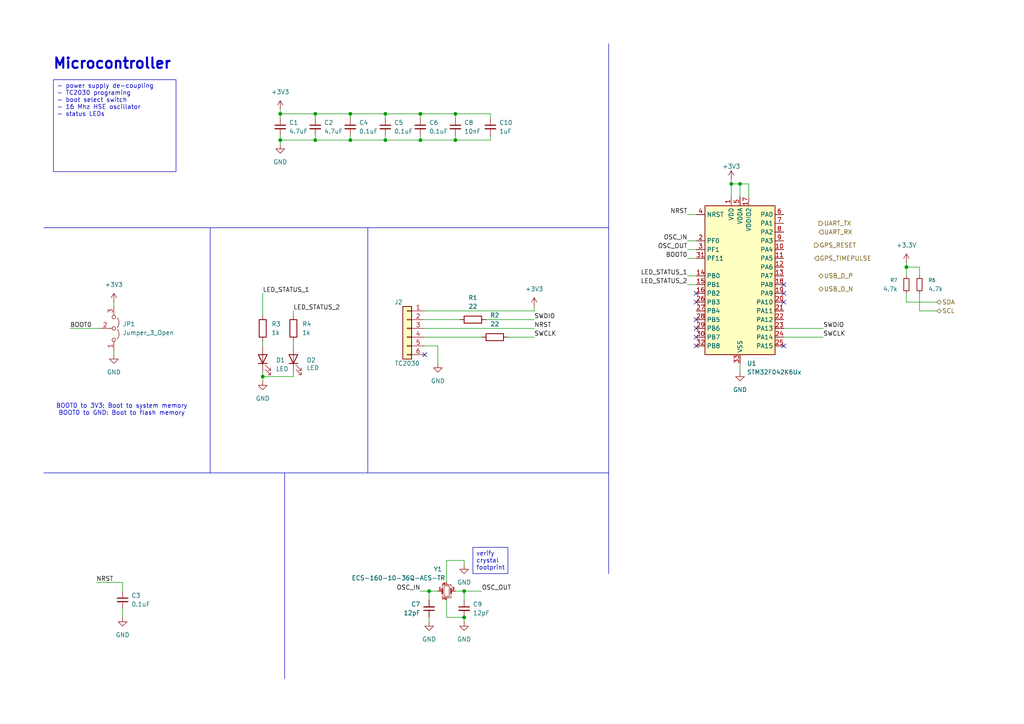
<source format=kicad_sch>
(kicad_sch (version 20250114) (generator "eeschema") (generator_version "9.0")
  (paper "A4")
  (lib_symbols
    (symbol "+3.3V_1" (power) (pin_names (offset 0))
      (property "Value" "+3.3V" (at 0 3.556 0))
      (symbol "+3.3V_1_0_1"
        (polyline (pts (xy -0.762 1.27) (xy 0 2.54)))
        (polyline (pts (xy 0 2.54) (xy 0.762 1.27)))
        (polyline (pts (xy 0 0) (xy 0 2.54)))
      )
      (symbol "+3.3V_1_1_1"
        (pin power_in line (at 0 0 90) (length 0) (hide yes) (name "+3V3") (number "1"))
      )
    )
    (symbol "+3.3V_2" (power) (pin_names (offset 0))
      (property "Value" "+3.3V" (at 0 3.556 0))
      (symbol "+3.3V_2_0_1"
        (polyline (pts (xy -0.762 1.27) (xy 0 2.54)))
        (polyline (pts (xy 0 2.54) (xy 0.762 1.27)))
        (polyline (pts (xy 0 0) (xy 0 2.54)))
      )
      (symbol "+3.3V_2_1_1"
        (pin power_in line (at 0 0 90) (length 0) (hide yes) (name "+3V3") (number "1"))
      )
    )
    (symbol "+3.3V_3" (power) (pin_names (offset 0))
      (property "Value" "+3.3V" (at 0 3.556 0))
      (symbol "+3.3V_3_0_1"
        (polyline (pts (xy -0.762 1.27) (xy 0 2.54)))
        (polyline (pts (xy 0 2.54) (xy 0.762 1.27)))
        (polyline (pts (xy 0 0) (xy 0 2.54)))
      )
      (symbol "+3.3V_3_1_1"
        (pin power_in line (at 0 0 90) (length 0) (hide yes) (name "+3V3") (number "1"))
      )
    )
    (symbol "+3.3V_4" (power) (pin_numbers (hide yes)) (pin_names (offset 0) (hide yes))
      (property "Value" "+3.3V" (at 0 3.556 0))
      (symbol "+3.3V_4_0_1"
        (polyline (pts (xy -0.762 1.27) (xy 0 2.54)))
        (polyline (pts (xy 0 2.54) (xy 0.762 1.27)))
        (polyline (pts (xy 0 0) (xy 0 2.54)))
      )
      (symbol "+3.3V_4_1_1"
        (pin power_in line (at 0 0 90) (length 0) (name "~") (number "1"))
      )
    )
    (symbol "Connector_Generic:Conn_01x06" (pin_names (offset 1.016) (hide yes))
      (property "Reference" "J" (at 0 7.62 0))
      (property "Value" "Conn_01x06" (at 0 -10.16 0))
      (symbol "Conn_01x06_1_1"
        (rectangle (start -1.27 6.35) (end 1.27 -8.89) (stroke (width 0.254)) (fill (type background)))
        (rectangle (start -1.27 5.207) (end 0 4.953) (stroke (width 0.1524)))
        (rectangle (start -1.27 2.667) (end 0 2.413) (stroke (width 0.1524)))
        (rectangle (start -1.27 0.127) (end 0 -0.127) (stroke (width 0.1524)))
        (rectangle (start -1.27 -2.413) (end 0 -2.667) (stroke (width 0.1524)))
        (rectangle (start -1.27 -4.953) (end 0 -5.207) (stroke (width 0.1524)))
        (rectangle (start -1.27 -7.493) (end 0 -7.747) (stroke (width 0.1524)))
        (pin passive line (at -5.08 5.08 0) (length 3.81) (name "Pin_1") (number "1"))
        (pin passive line (at -5.08 2.54 0) (length 3.81) (name "Pin_2") (number "2"))
        (pin passive line (at -5.08 0 0) (length 3.81) (name "Pin_3") (number "3"))
        (pin passive line (at -5.08 -2.54 0) (length 3.81) (name "Pin_4") (number "4"))
        (pin passive line (at -5.08 -5.08 0) (length 3.81) (name "Pin_5") (number "5"))
        (pin passive line (at -5.08 -7.62 0) (length 3.81) (name "Pin_6") (number "6"))
      )
    )
    (symbol "Device:C_Small" (pin_numbers (hide yes)) (pin_names (offset 0.254) (hide yes))
      (property "Reference" "C" (at 0.254 1.778 0))
      (property "Value" "C_Small" (at 0.254 -2.032 0))
      (symbol "C_Small_0_1"
        (polyline (pts (xy -1.524 0.508) (xy 1.524 0.508)) (stroke (width 0.3048)))
        (polyline (pts (xy -1.524 -0.508) (xy 1.524 -0.508)) (stroke (width 0.3302)))
      )
      (symbol "C_Small_1_1"
        (pin passive line (at 0 2.54 270) (length 2.032) (name "~") (number "1"))
        (pin passive line (at 0 -2.54 90) (length 2.032) (name "~") (number "2"))
      )
    )
    (symbol "Device:Crystal_GND24_Small" (pin_names (offset 1.016) (hide yes))
      (property "Reference" "Y" (at 1.27 4.445 0))
      (property "Value" "Crystal_GND24_Small" (at 1.27 2.54 0))
      (symbol "Crystal_GND24_Small_0_1"
        (polyline (pts (xy -1.27 1.27) (xy -1.27 1.905) (xy 1.27 1.905) (xy 1.27 1.27)))
        (polyline (pts (xy -1.27 -0.762) (xy -1.27 0.762)) (stroke (width 0.381)))
        (polyline (pts (xy -1.27 -1.27) (xy -1.27 -1.905) (xy 1.27 -1.905) (xy 1.27 -1.27)))
        (rectangle (start -0.762 -1.524) (end 0.762 1.524))
        (polyline (pts (xy 1.27 -0.762) (xy 1.27 0.762)) (stroke (width 0.381)))
      )
      (symbol "Crystal_GND24_Small_1_1"
        (pin passive line (at -2.54 0 0) (length 1.27) (name "1") (number "1"))
        (pin passive line (at 0 2.54 270) (length 0.635) (name "4") (number "4"))
        (pin passive line (at 0 -2.54 90) (length 0.635) (name "2") (number "2"))
        (pin passive line (at 2.54 0 180) (length 1.27) (name "3") (number "3"))
      )
    )
    (symbol "Device:LED" (pin_numbers (hide yes)) (pin_names (offset 1.016) (hide yes))
      (property "Reference" "D" (at 0 2.54 0))
      (property "Value" "LED" (at 0 -2.54 0))
      (symbol "LED_0_1"
        (polyline (pts (xy -3.048 -0.762) (xy -4.572 -2.286) (xy -3.81 -2.286) (xy -4.572 -2.286) (xy -4.572 -1.524)))
        (polyline (pts (xy -1.778 -0.762) (xy -3.302 -2.286) (xy -2.54 -2.286) (xy -3.302 -2.286) (xy -3.302 -1.524)))
        (polyline (pts (xy -1.27 0) (xy 1.27 0)))
        (polyline (pts (xy -1.27 -1.27) (xy -1.27 1.27)) (stroke (width 0.254)))
        (polyline (pts (xy 1.27 -1.27) (xy 1.27 1.27) (xy -1.27 0) (xy 1.27 -1.27)) (stroke (width 0.254)))
      )
      (symbol "LED_1_1"
        (pin passive line (at -3.81 0 0) (length 2.54) (name "K") (number "1"))
        (pin passive line (at 3.81 0 180) (length 2.54) (name "A") (number "2"))
      )
    )
    (symbol "Device:R" (pin_numbers (hide yes)) (pin_names (offset 0))
      (property "Reference" "R" (at 2.032 0 90))
      (property "Value" "R" (at 0 0 90))
      (symbol "R_0_1"
        (rectangle (start -1.016 -2.54) (end 1.016 2.54) (stroke (width 0.254)))
      )
      (symbol "R_1_1"
        (pin passive line (at 0 3.81 270) (length 1.27) (name "~") (number "1"))
        (pin passive line (at 0 -3.81 90) (length 1.27) (name "~") (number "2"))
      )
    )
    (symbol "Device:R_Small" (pin_numbers (hide yes)) (pin_names (offset 0.254) (hide yes))
      (property "Reference" "R" (at 0 0 90))
      (property "Value" "R_Small" (at 1.778 0 90))
      (symbol "R_Small_0_1"
        (rectangle (start -0.762 1.778) (end 0.762 -1.778) (stroke (width 0.2032)))
      )
      (symbol "R_Small_1_1"
        (pin passive line (at 0 2.54 270) (length 0.762) (name "~") (number "1"))
        (pin passive line (at 0 -2.54 90) (length 0.762) (name "~") (number "2"))
      )
    )
    (symbol "GND_1" (power) (pin_names (offset 0))
      (property "Value" "GND" (at 0 -3.81 0))
      (symbol "GND_1_0_1"
        (polyline (pts (xy 0 0) (xy 0 -1.27) (xy 1.27 -1.27) (xy 0 -2.54) (xy -1.27 -1.27) (xy 0 -1.27)))
      )
      (symbol "GND_1_1_1"
        (pin power_in line (at 0 0 270) (length 0) (hide yes) (name "GND") (number "1"))
      )
    )
    (symbol "GND_2" (power) (pin_names (offset 0))
      (property "Value" "GND" (at 0 -3.81 0))
      (symbol "GND_2_0_1"
        (polyline (pts (xy 0 0) (xy 0 -1.27) (xy 1.27 -1.27) (xy 0 -2.54) (xy -1.27 -1.27) (xy 0 -1.27)))
      )
      (symbol "GND_2_1_1"
        (pin power_in line (at 0 0 270) (length 0) (hide yes) (name "GND") (number "1"))
      )
    )
    (symbol "GND_3" (power) (pin_names (offset 0))
      (property "Value" "GND" (at 0 -3.81 0))
      (symbol "GND_3_0_1"
        (polyline (pts (xy 0 0) (xy 0 -1.27) (xy 1.27 -1.27) (xy 0 -2.54) (xy -1.27 -1.27) (xy 0 -1.27)))
      )
      (symbol "GND_3_1_1"
        (pin power_in line (at 0 0 270) (length 0) (hide yes) (name "GND") (number "1"))
      )
    )
    (symbol "GND_4" (power) (pin_names (offset 0))
      (property "Value" "GND" (at 0 -3.81 0))
      (symbol "GND_4_0_1"
        (polyline (pts (xy 0 0) (xy 0 -1.27) (xy 1.27 -1.27) (xy 0 -2.54) (xy -1.27 -1.27) (xy 0 -1.27)))
      )
      (symbol "GND_4_1_1"
        (pin power_in line (at 0 0 270) (length 0) (hide yes) (name "GND") (number "1"))
      )
    )
    (symbol "GND_5" (power) (pin_names (offset 0))
      (property "Value" "GND" (at 0 -3.81 0))
      (symbol "GND_5_0_1"
        (polyline (pts (xy 0 0) (xy 0 -1.27) (xy 1.27 -1.27) (xy 0 -2.54) (xy -1.27 -1.27) (xy 0 -1.27)))
      )
      (symbol "GND_5_1_1"
        (pin power_in line (at 0 0 270) (length 0) (hide yes) (name "GND") (number "1"))
      )
    )
    (symbol "GND_6" (power) (pin_names (offset 0))
      (property "Value" "GND" (at 0 -3.81 0))
      (symbol "GND_6_0_1"
        (polyline (pts (xy 0 0) (xy 0 -1.27) (xy 1.27 -1.27) (xy 0 -2.54) (xy -1.27 -1.27) (xy 0 -1.27)))
      )
      (symbol "GND_6_1_1"
        (pin power_in line (at 0 0 270) (length 0) (hide yes) (name "GND") (number "1"))
      )
    )
    (symbol "GND_7" (power) (pin_names (offset 0))
      (property "Value" "GND" (at 0 -3.81 0))
      (symbol "GND_7_0_1"
        (polyline (pts (xy 0 0) (xy 0 -1.27) (xy 1.27 -1.27) (xy 0 -2.54) (xy -1.27 -1.27) (xy 0 -1.27)))
      )
      (symbol "GND_7_1_1"
        (pin power_in line (at 0 0 270) (length 0) (hide yes) (name "GND") (number "1"))
      )
    )
    (symbol "GND_8" (power) (pin_names (offset 0))
      (property "Value" "GND" (at 0 -3.81 0))
      (symbol "GND_8_0_1"
        (polyline (pts (xy 0 0) (xy 0 -1.27) (xy 1.27 -1.27) (xy 0 -2.54) (xy -1.27 -1.27) (xy 0 -1.27)))
      )
      (symbol "GND_8_1_1"
        (pin power_in line (at 0 0 270) (length 0) (hide yes) (name "GND") (number "1"))
      )
    )
    (symbol "Jumper:Jumper_3_Open" (pin_names (offset 0) (hide yes))
      (property "Reference" "JP" (at -2.54 -2.54 0))
      (property "Value" "Jumper_3_Open" (at 0 2.794 0))
      (symbol "Jumper_3_Open_0_0"
        (circle (center -3.302 0) (radius 0.508))
        (circle (center 0 0) (radius 0.508))
        (circle (center 3.302 0) (radius 0.508))
      )
      (symbol "Jumper_3_Open_0_1"
        (arc (start -3.048 1.016) (mid -1.651 1.4992) (end -0.254 1.016))
        (polyline (pts (xy 0 -0.508) (xy 0 -1.27)))
        (arc (start 0.254 1.016) (mid 1.651 1.4992) (end 3.048 1.016))
      )
      (symbol "Jumper_3_Open_1_1"
        (pin passive line (at -6.35 0 0) (length 2.54) (name "A") (number "1"))
        (pin passive line (at 0 -3.81 90) (length 2.54) (name "C") (number "2"))
        (pin passive line (at 6.35 0 180) (length 2.54) (name "B") (number "3"))
      )
    )
    (symbol "LED_1" (pin_numbers (hide yes)) (pin_names (offset 1.016) (hide yes))
      (property "Reference" "D" (at 0 2.54 0))
      (property "Value" "LED" (at 0 -2.54 0))
      (symbol "LED_1_0_1"
        (polyline (pts (xy -3.048 -0.762) (xy -4.572 -2.286) (xy -3.81 -2.286) (xy -4.572 -2.286) (xy -4.572 -1.524)))
        (polyline (pts (xy -1.778 -0.762) (xy -3.302 -2.286) (xy -2.54 -2.286) (xy -3.302 -2.286) (xy -3.302 -1.524)))
        (polyline (pts (xy -1.27 0) (xy 1.27 0)))
        (polyline (pts (xy -1.27 -1.27) (xy -1.27 1.27)) (stroke (width 0.254)))
        (polyline (pts (xy 1.27 -1.27) (xy 1.27 1.27) (xy -1.27 0) (xy 1.27 -1.27)) (stroke (width 0.254)))
      )
      (symbol "LED_1_1_1"
        (pin passive line (at -3.81 0 0) (length 2.54) (name "K") (number "1"))
        (pin passive line (at 3.81 0 180) (length 2.54) (name "A") (number "2"))
      )
    )
    (symbol "MCU_ST_STM32F0:STM32F042K6Ux"
      (property "Reference" "U" (at -10.16 21.59 0))
      (property "Value" "STM32F042K6Ux" (at 5.08 21.59 0))
      (symbol "STM32F042K6Ux_0_1"
        (rectangle (start -10.16 -22.86) (end 10.16 20.32) (stroke (width 0.254)) (fill (type background)))
      )
      (symbol "STM32F042K6Ux_1_1"
        (pin input line (at -12.7 17.78 0) (length 2.54) (name "NRST") (number "4"))
        (pin input line (at -12.7 10.16 0) (length 2.54) (name "PF0") (number "2"))
        (pin input line (at -12.7 7.62 0) (length 2.54) (name "PF1") (number "3"))
        (pin bidirectional line (at -12.7 5.08 0) (length 2.54) (name "PF11") (number "31"))
        (pin bidirectional line (at -12.7 0 0) (length 2.54) (name "PB0") (number "14"))
        (pin bidirectional line (at -12.7 -2.54 0) (length 2.54) (name "PB1") (number "15"))
        (pin bidirectional line (at -12.7 -5.08 0) (length 2.54) (name "PB2") (number "16"))
        (pin bidirectional line (at -12.7 -7.62 0) (length 2.54) (name "PB3") (number "26"))
        (pin bidirectional line (at -12.7 -10.16 0) (length 2.54) (name "PB4") (number "27"))
        (pin bidirectional line (at -12.7 -12.7 0) (length 2.54) (name "PB5") (number "28"))
        (pin bidirectional line (at -12.7 -15.24 0) (length 2.54) (name "PB6") (number "29"))
        (pin bidirectional line (at -12.7 -17.78 0) (length 2.54) (name "PB7") (number "30"))
        (pin bidirectional line (at -12.7 -20.32 0) (length 2.54) (name "PB8") (number "32"))
        (pin power_in line (at -2.54 22.86 270) (length 2.54) (name "VDD") (number "1"))
        (pin power_in line (at 0 22.86 270) (length 2.54) (name "VDDA") (number "5"))
        (pin power_in line (at 0 -25.4 90) (length 2.54) (name "VSS") (number "33"))
        (pin power_in line (at 2.54 22.86 270) (length 2.54) (name "VDDIO2") (number "17"))
        (pin bidirectional line (at 12.7 17.78 180) (length 2.54) (name "PA0") (number "6"))
        (pin bidirectional line (at 12.7 15.24 180) (length 2.54) (name "PA1") (number "7"))
        (pin bidirectional line (at 12.7 12.7 180) (length 2.54) (name "PA2") (number "8"))
        (pin bidirectional line (at 12.7 10.16 180) (length 2.54) (name "PA3") (number "9"))
        (pin bidirectional line (at 12.7 7.62 180) (length 2.54) (name "PA4") (number "10"))
        (pin bidirectional line (at 12.7 5.08 180) (length 2.54) (name "PA5") (number "11"))
        (pin bidirectional line (at 12.7 2.54 180) (length 2.54) (name "PA6") (number "12"))
        (pin bidirectional line (at 12.7 0 180) (length 2.54) (name "PA7") (number "13"))
        (pin bidirectional line (at 12.7 -2.54 180) (length 2.54) (name "PA8") (number "18"))
        (pin bidirectional line (at 12.7 -5.08 180) (length 2.54) (name "PA9") (number "19"))
        (pin bidirectional line (at 12.7 -7.62 180) (length 2.54) (name "PA10") (number "20"))
        (pin bidirectional line (at 12.7 -10.16 180) (length 2.54) (name "PA11") (number "21"))
        (pin bidirectional line (at 12.7 -12.7 180) (length 2.54) (name "PA12") (number "22"))
        (pin bidirectional line (at 12.7 -15.24 180) (length 2.54) (name "PA13") (number "23"))
        (pin bidirectional line (at 12.7 -17.78 180) (length 2.54) (name "PA14") (number "24"))
        (pin bidirectional line (at 12.7 -20.32 180) (length 2.54) (name "PA15") (number "25"))
      )
    )
    (symbol "power:+3.3V" (power) (pin_names (offset 0))
      (property "Value" "+3.3V" (at 0 3.556 0))
      (symbol "+3.3V_0_1"
        (polyline (pts (xy -0.762 1.27) (xy 0 2.54)))
        (polyline (pts (xy 0 2.54) (xy 0.762 1.27)))
        (polyline (pts (xy 0 0) (xy 0 2.54)))
      )
      (symbol "+3.3V_1_1"
        (pin power_in line (at 0 0 90) (length 0) (hide yes) (name "+3V3") (number "1"))
      )
    )
    (symbol "power:GND" (power) (pin_names (offset 0))
      (property "Value" "GND" (at 0 -3.81 0))
      (symbol "GND_0_1"
        (polyline (pts (xy 0 0) (xy 0 -1.27) (xy 1.27 -1.27) (xy 0 -2.54) (xy -1.27 -1.27) (xy 0 -1.27)))
      )
      (symbol "GND_1_1"
        (pin power_in line (at 0 0 270) (length 0) (hide yes) (name "GND") (number "1"))
      )
    )
  )
  (rectangle (start 106.68 66.04) (end 106.68 137.16))
  (rectangle (start 176.53 12.7) (end 176.53 166.37))
  (rectangle (start 82.55 137.16) (end 82.55 196.85))
  (rectangle (start 60.96 66.04) (end 60.96 137.16))
  (rectangle (start 12.7 137.16) (end 176.53 137.16))
  (rectangle (start 12.7 66.04) (end 176.53 66.04))
  (text "BOOT0 to 3V3: Boot to system memory\nBOOT0 to GND: Boot to flash memory" (at 35.306 118.872 0) (effects (font (size 1.27 1.27))))
  (text "Microcontroller" (at 15.24 20.32 0) (effects (font (size 3 3) (bold yes)) (justify left bottom)))
  (text_box "verify crystal footprint\n" (at 137.16 158.75 0) (size 10.16 7.62) (margins 0.9525 0.9525 0.9525 0.9525) (effects (font (size 1.27 1.27)) (justify left top)))
  (text_box "- power supply de-coupling\n- TC2030 programing\n- boot select switch\n- 16 Mhz HSE oscillator\n- status LEDs" (at 15.494 23.114 0) (size 35.56 26.67) (margins 0.9525 0.9525 0.9525 0.9525) (effects (font (size 1.27 1.27)) (justify left top)))
  (junction (at 121.92 33.02))
  (junction (at 132.08 40.64))
  (junction (at 262.89 77.47))
  (junction (at 212.09 53.34))
  (junction (at 111.76 40.64))
  (junction (at 121.92 40.64))
  (junction (at 124.46 171.45))
  (junction (at 91.44 33.02))
  (junction (at 134.62 179.07))
  (junction (at 132.08 33.02))
  (junction (at 81.28 40.64))
  (junction (at 81.28 33.02))
  (junction (at 91.44 40.64))
  (junction (at 101.6 33.02))
  (junction (at 111.76 33.02))
  (junction (at 76.2 109.22))
  (junction (at 101.6 40.64))
  (junction (at 214.63 53.34))
  (junction (at 134.62 171.45))
  (no_connect (at 201.93 87.63))
  (no_connect (at 227.33 85.09))
  (no_connect (at 201.93 97.79))
  (no_connect (at 201.93 95.25))
  (no_connect (at 201.93 92.71))
  (no_connect (at 227.33 82.55))
  (no_connect (at 123.19 102.87))
  (no_connect (at 227.33 100.33))
  (no_connect (at 201.93 100.33))
  (no_connect (at 201.93 85.09))
  (no_connect (at 227.33 87.63))
  (wire (pts (xy 132.08 40.64) (xy 132.08 39.37)))
  (wire (pts (xy 214.63 53.34) (xy 212.09 53.34)))
  (wire (pts (xy 33.02 87.63) (xy 33.02 88.9)))
  (wire (pts (xy 85.09 99.06) (xy 85.09 100.33)))
  (wire (pts (xy 132.08 40.64) (xy 142.24 40.64)))
  (wire (pts (xy 132.08 171.45) (xy 134.62 171.45)))
  (wire (pts (xy 132.08 33.02) (xy 142.24 33.02)))
  (wire (pts (xy 111.76 39.37) (xy 111.76 40.64)))
  (wire (pts (xy 134.62 179.07) (xy 129.54 179.07)))
  (wire (pts (xy 91.44 33.02) (xy 101.6 33.02)))
  (wire (pts (xy 127 105.41) (xy 127 100.33)))
  (wire (pts (xy 121.92 171.45) (xy 124.46 171.45)))
  (wire (pts (xy 101.6 33.02) (xy 111.76 33.02)))
  (wire (pts (xy 33.02 101.6) (xy 33.02 102.87)))
  (wire (pts (xy 214.63 105.41) (xy 214.63 107.95)))
  (wire (pts (xy 81.28 40.64) (xy 81.28 41.91)))
  (wire (pts (xy 217.17 53.34) (xy 214.63 53.34)))
  (wire (pts (xy 101.6 40.64) (xy 111.76 40.64)))
  (wire (pts (xy 20.32 95.25) (xy 29.21 95.25)))
  (wire (pts (xy 111.76 40.64) (xy 121.92 40.64)))
  (wire (pts (xy 76.2 109.22) (xy 85.09 109.22)))
  (wire (pts (xy 81.28 39.37) (xy 81.28 40.64)))
  (wire (pts (xy 212.09 52.07) (xy 212.09 53.34)))
  (wire (pts (xy 212.09 53.34) (xy 212.09 57.15)))
  (wire (pts (xy 81.28 33.02) (xy 91.44 33.02)))
  (wire (pts (xy 111.76 33.02) (xy 111.76 34.29)))
  (wire (pts (xy 35.56 176.53) (xy 35.56 179.07)))
  (wire (pts (xy 124.46 171.45) (xy 127 171.45)))
  (wire (pts (xy 76.2 99.06) (xy 76.2 100.33)))
  (wire (pts (xy 140.97 92.71) (xy 154.94 92.71)))
  (wire (pts (xy 129.54 173.99) (xy 129.54 179.07)))
  (wire (pts (xy 123.19 95.25) (xy 154.94 95.25)))
  (wire (pts (xy 101.6 33.02) (xy 101.6 34.29)))
  (wire (pts (xy 154.94 90.17) (xy 154.94 88.9)))
  (wire (pts (xy 142.24 33.02) (xy 142.24 34.29)))
  (wire (pts (xy 123.19 92.71) (xy 133.35 92.71)))
  (wire (pts (xy 271.78 90.17) (xy 266.7 90.17)))
  (wire (pts (xy 91.44 39.37) (xy 91.44 40.64)))
  (wire (pts (xy 123.19 90.17) (xy 154.94 90.17)))
  (wire (pts (xy 85.09 90.17) (xy 85.09 91.44)))
  (wire (pts (xy 121.92 33.02) (xy 121.92 34.29)))
  (wire (pts (xy 227.33 97.79) (xy 238.76 97.79)))
  (wire (pts (xy 199.39 62.23) (xy 201.93 62.23)))
  (wire (pts (xy 201.93 74.93) (xy 199.39 74.93)))
  (wire (pts (xy 227.33 95.25) (xy 238.76 95.25)))
  (wire (pts (xy 262.89 87.63) (xy 262.89 85.09)))
  (wire (pts (xy 217.17 57.15) (xy 217.17 53.34)))
  (wire (pts (xy 101.6 39.37) (xy 101.6 40.64)))
  (wire (pts (xy 91.44 33.02) (xy 91.44 34.29)))
  (wire (pts (xy 199.39 69.85) (xy 201.93 69.85)))
  (wire (pts (xy 81.28 40.64) (xy 91.44 40.64)))
  (wire (pts (xy 124.46 173.99) (xy 124.46 171.45)))
  (wire (pts (xy 76.2 85.09) (xy 76.2 91.44)))
  (wire (pts (xy 134.62 179.07) (xy 134.62 180.34)))
  (wire (pts (xy 266.7 90.17) (xy 266.7 85.09)))
  (wire (pts (xy 262.89 77.47) (xy 266.7 77.47)))
  (wire (pts (xy 81.28 33.02) (xy 81.28 34.29)))
  (wire (pts (xy 123.19 97.79) (xy 139.7 97.79)))
  (wire (pts (xy 121.92 39.37) (xy 121.92 40.64)))
  (wire (pts (xy 111.76 33.02) (xy 121.92 33.02)))
  (wire (pts (xy 121.92 40.64) (xy 132.08 40.64)))
  (wire (pts (xy 76.2 107.95) (xy 76.2 109.22)))
  (wire (pts (xy 129.54 162.56) (xy 129.54 168.91)))
  (wire (pts (xy 91.44 40.64) (xy 101.6 40.64)))
  (wire (pts (xy 132.08 34.29) (xy 132.08 33.02)))
  (wire (pts (xy 85.09 107.95) (xy 85.09 109.22)))
  (wire (pts (xy 76.2 109.22) (xy 76.2 110.49)))
  (wire (pts (xy 214.63 57.15) (xy 214.63 53.34)))
  (wire (pts (xy 142.24 39.37) (xy 142.24 40.64)))
  (wire (pts (xy 134.62 171.45) (xy 134.62 173.99)))
  (wire (pts (xy 35.56 168.91) (xy 35.56 171.45)))
  (wire (pts (xy 27.94 168.91) (xy 35.56 168.91)))
  (wire (pts (xy 127 100.33) (xy 123.19 100.33)))
  (wire (pts (xy 147.32 97.79) (xy 154.94 97.79)))
  (wire (pts (xy 134.62 162.56) (xy 129.54 162.56)))
  (wire (pts (xy 266.7 77.47) (xy 266.7 80.01)))
  (wire (pts (xy 121.92 33.02) (xy 132.08 33.02)))
  (wire (pts (xy 134.62 171.45) (xy 139.7 171.45)))
  (wire (pts (xy 262.89 77.47) (xy 262.89 80.01)))
  (wire (pts (xy 271.78 87.63) (xy 262.89 87.63)))
  (wire (pts (xy 199.39 82.55) (xy 201.93 82.55)))
  (wire (pts (xy 134.62 163.83) (xy 134.62 162.56)))
  (wire (pts (xy 124.46 179.07) (xy 124.46 180.34)))
  (wire (pts (xy 262.89 76.2) (xy 262.89 77.47)))
  (wire (pts (xy 199.39 80.01) (xy 201.93 80.01)))
  (wire (pts (xy 199.39 72.39) (xy 201.93 72.39)))
  (wire (pts (xy 81.28 31.75) (xy 81.28 33.02)))
  (label "LED_STATUS_2" (at 85.09 90.17 0))
  (label "OSC_IN" (at 121.92 171.45 180))
  (label "LED_STATUS_1" (at 76.2 85.09 0))
  (label "SWCLK" (at 238.76 97.79 0))
  (label "OSC_OUT" (at 199.39 72.39 180))
  (label "NRST" (at 154.94 95.25 0))
  (label "NRST" (at 27.94 168.91 0))
  (label "SWDIO" (at 154.94 92.71 0))
  (label "BOOT0" (at 20.32 95.25 0))
  (label "LED_STATUS_2" (at 199.39 82.55 180))
  (label "OSC_IN" (at 199.39 69.85 180))
  (label "LED_STATUS_1" (at 199.39 80.01 180))
  (label "SWDIO" (at 238.76 95.25 0))
  (label "SWCLK" (at 154.94 97.79 0))
  (label "BOOT0" (at 199.39 74.93 180))
  (label "NRST" (at 199.39 62.23 180))
  (label "OSC_OUT" (at 139.7 171.45 0))
  (hierarchical_label "USB_D_P" (shape bidirectional) (at 237.49 80.01 0))
  (hierarchical_label "GPS_RESET" (shape output) (at 236.22 71.12 0))
  (hierarchical_label "UART_RX" (shape input) (at 237.49 67.31 0))
  (hierarchical_label "SDA" (shape bidirectional) (at 271.78 87.63 0))
  (hierarchical_label "SCL" (shape bidirectional) (at 271.78 90.17 0))
  (hierarchical_label "GPS_TIMEPULSE" (shape input) (at 236.22 74.93 0))
  (hierarchical_label "USB_D_N" (shape bidirectional) (at 237.49 83.82 0))
  (hierarchical_label "UART_TX" (shape output) (at 237.49 64.77 0))
  (symbol (lib_id "power:+3.3V") (at 154.94 88.9 0) (unit 1)
    (property "Reference" "#PWR014" (effects (hide yes)))
    (property "Value" "+3V3" (at 154.94 83.82 0))
    (instances (project "canbus_tire_temp_sensor" (path "" (reference "#PWR014") (unit 1))) (project "canbus_tire_temp_sensor" (path "" (reference "#PWR045") (unit 1))))
  )
  (symbol (lib_id "power:GND") (at 124.46 180.34 0) (unit 1)
    (property "Reference" "#PWR010" (effects (hide yes)))
    (property "Value" "GND" (at 124.46 185.42 0))
    (instances (project "canbus_tire_temp_sensor" (path "" (reference "#PWR010") (unit 1))) (project "canbus_tire_temp_sensor" (path "" (reference "#PWR041") (unit 1))))
  )
  (symbol (lib_name "+3.3V_3") (lib_id "power:+3.3V") (at 212.09 52.07 0) (unit 1)
    (property "Reference" "#PWR016" (effects (hide yes)))
    (property "Value" "+3V3" (at 212.09 48.26 0))
    (instances (project "canbus_tire_temp_sensor" (path "" (reference "#PWR016") (unit 1))) (project "canbus_tire_temp_sensor" (path "" (reference "#PWR047") (unit 1))))
  )
  (symbol (lib_id "Device:C_Small") (at 142.24 36.83 0) (unit 1)
    (property "Reference" "C10" (at 144.78 35.5662 0) (effects (justify left)))
    (property "Value" "1uF" (at 144.78 38.1062 0) (effects (justify left)))
    (property "Footprint" "Capacitor_SMD:C_0603_1608Metric" (effects (hide yes)))
    (instances (project "canbus_tire_temp_sensor" (path "" (reference "C10") (unit 1))) (project "canbus_tire_temp_sensor" (path "" (reference "C26") (unit 1))))
  )
  (symbol (lib_id "Device:R") (at 143.51 97.79 90) (unit 1)
    (property "Reference" "R2" (at 143.51 91.44 90))
    (property "Value" "22" (at 143.51 93.98 90))
    (property "Footprint" "Resistor_SMD:R_0603_1608Metric" (effects (hide yes)))
    (instances (project "canbus_tire_temp_sensor" (path "" (reference "R2") (unit 1))) (project "canbus_tire_temp_sensor" (path "" (reference "R9") (unit 1))))
  )
  (symbol (lib_name "+3.3V_2") (lib_id "power:+3.3V") (at 33.02 87.63 0) (unit 1)
    (property "Reference" "#PWR08" (effects (hide yes)))
    (property "Value" "+3V3" (at 33.02 82.55 0))
    (instances (project "canbus_tire_temp_sensor" (path "" (reference "#PWR08") (unit 1))) (project "canbus_tire_temp_sensor" (path "" (reference "#PWR039") (unit 1))))
  )
  (symbol (lib_name "GND_5") (lib_id "power:GND") (at 134.62 180.34 0) (unit 1)
    (property "Reference" "#PWR013" (effects (hide yes)))
    (property "Value" "GND" (at 134.62 185.42 0))
    (instances (project "canbus_tire_temp_sensor" (path "" (reference "#PWR013") (unit 1))) (project "canbus_tire_temp_sensor" (path "" (reference "#PWR044") (unit 1))))
  )
  (symbol (lib_id "Device:LED") (at 85.09 104.14 90) (unit 1)
    (property "Reference" "D2" (at 88.9 104.4574 90) (effects (justify right)))
    (property "Value" "LED" (at 88.9 106.68 90) (effects (justify right)))
    (property "Footprint" "LED_SMD:LED_0603_1608Metric" (effects (hide yes)))
    (instances (project "canbus_tire_temp_sensor" (path "" (reference "D2") (unit 1))) (project "canbus_tire_temp_sensor" (path "" (reference "D7") (unit 1))))
  )
  (symbol (lib_name "+3.3V_4") (lib_id "power:+3.3V") (at 262.89 76.2 0) (unit 1)
    (property "Reference" "#PWR046" (effects (hide yes)))
    (property "Value" "+3.3V" (at 262.89 71.12 0))
    (property "Description" "Power symbol creates a global label with name \"+3.3V\"" (effects (hide yes)))
  )
  (symbol (lib_id "Device:C_Small") (at 134.62 176.53 0) (unit 1)
    (property "Reference" "C9" (at 137.16 175.2662 0) (effects (justify left)))
    (property "Value" "12pF" (at 137.16 177.8062 0) (effects (justify left)))
    (property "Footprint" "Capacitor_SMD:C_0603_1608Metric" (effects (hide yes)))
    (instances (project "canbus_tire_temp_sensor" (path "" (reference "C9") (unit 1))) (project "canbus_tire_temp_sensor" (path "" (reference "C25") (unit 1))))
  )
  (symbol (lib_id "Device:Crystal_GND24_Small") (at 129.54 171.45 0) (unit 1)
    (property "Reference" "Y1" (at 127 165.1 0))
    (property "Value" "ECS-160-10-36Q-AES-TR" (at 115.57 167.64 0))
    (property "Footprint" "Crystal:Crystal_SMD_2520-4Pin_2.5x2.0mm" (effects (hide yes)))
    (instances (project "canbus_tire_temp_sensor" (path "" (reference "Y1") (unit 1))) (project "canbus_tire_temp_sensor" (path "" (reference "Y2") (unit 1))))
  )
  (symbol (lib_name "GND_8") (lib_id "power:GND") (at 35.56 179.07 0) (unit 1)
    (property "Reference" "#PWR07" (effects (hide yes)))
    (property "Value" "GND" (at 35.56 184.15 0))
    (instances (project "canbus_tire_temp_sensor" (path "" (reference "#PWR07") (unit 1))) (project "canbus_tire_temp_sensor" (path "" (reference "#PWR038") (unit 1))))
  )
  (symbol (lib_id "MCU_ST_STM32F0:STM32F042K6Ux") (at 214.63 80.01 0) (unit 1)
    (property "Reference" "U1" (at 216.6494 105.41 0) (effects (justify left)))
    (property "Value" "STM32F042K6Ux" (at 216.6494 107.95 0) (effects (justify left)))
    (property "Footprint" "Package_DFN_QFN:QFN-32-1EP_5x5mm_P0.5mm_EP3.45x3.45mm" (effects (hide yes)))
    (property "Datasheet" "http://www.st.com/st-web-ui/static/active/en/resource/technical/document/datasheet/DM00105814.pdf" (effects (hide yes)))
    (instances (project "canbus_tire_temp_sensor" (path "" (reference "U1") (unit 1))) (project "canbus_tire_temp_sensor" (path "" (reference "U5") (unit 1))))
  )
  (symbol (lib_id "Device:C_Small") (at 132.08 36.83 0) (unit 1)
    (property "Reference" "C8" (at 134.62 35.5662 0) (effects (justify left)))
    (property "Value" "10nF" (at 134.62 38.1062 0) (effects (justify left)))
    (property "Footprint" "Capacitor_SMD:C_0603_1608Metric" (effects (hide yes)))
    (instances (project "canbus_tire_temp_sensor" (path "" (reference "C8") (unit 1))) (project "canbus_tire_temp_sensor" (path "" (reference "C24") (unit 1))))
  )
  (symbol (lib_id "Device:C_Small") (at 101.6 36.83 0) (unit 1)
    (property "Reference" "C4" (at 104.14 35.5662 0) (effects (justify left)))
    (property "Value" "0.1uF" (at 104.14 38.1062 0) (effects (justify left)))
    (property "Footprint" "Capacitor_SMD:C_0603_1608Metric" (effects (hide yes)))
    (instances (project "canbus_tire_temp_sensor" (path "" (reference "C4") (unit 1))) (project "canbus_tire_temp_sensor" (path "" (reference "C20") (unit 1))))
  )
  (symbol (lib_id "Device:R") (at 137.16 92.71 90) (unit 1)
    (property "Reference" "R1" (at 137.16 86.36 90))
    (property "Value" "22" (at 137.16 88.9 90))
    (property "Footprint" "Resistor_SMD:R_0603_1608Metric" (effects (hide yes)))
    (instances (project "canbus_tire_temp_sensor" (path "" (reference "R1") (unit 1))) (project "canbus_tire_temp_sensor" (path "" (reference "R8") (unit 1))))
  )
  (symbol (lib_id "Device:C_Small") (at 124.46 176.53 0) (mirror x) (unit 1)
    (property "Reference" "C7" (at 121.92 175.2535 0) (effects (justify right)))
    (property "Value" "12pF" (at 121.92 177.7935 0) (effects (justify right)))
    (property "Footprint" "Capacitor_SMD:C_0603_1608Metric" (effects (hide yes)))
    (instances (project "canbus_tire_temp_sensor" (path "" (reference "C7") (unit 1))) (project "canbus_tire_temp_sensor" (path "" (reference "C23") (unit 1))))
  )
  (symbol (lib_name "GND_4") (lib_id "power:GND") (at 214.63 107.95 0) (unit 1)
    (property "Reference" "#PWR017" (effects (hide yes)))
    (property "Value" "GND" (at 214.63 113.03 0))
    (instances (project "canbus_tire_temp_sensor" (path "" (reference "#PWR017") (unit 1))) (project "canbus_tire_temp_sensor" (path "" (reference "#PWR048") (unit 1))))
  )
  (symbol (lib_name "GND_3") (lib_id "power:GND") (at 81.28 41.91 0) (unit 1)
    (property "Reference" "#PWR06" (effects (hide yes)))
    (property "Value" "GND" (at 81.28 46.99 0))
    (instances (project "canbus_tire_temp_sensor" (path "" (reference "#PWR06") (unit 1))) (project "canbus_tire_temp_sensor" (path "" (reference "#PWR037") (unit 1))))
  )
  (symbol (lib_name "GND_2") (lib_id "power:GND") (at 76.2 110.49 0) (unit 1)
    (property "Reference" "#PWR015" (effects (hide yes)))
    (property "Value" "GND" (at 76.2 115.57 0))
    (instances (project "canbus_tire_temp_sensor" (path "" (reference "#PWR015") (unit 1))) (project "canbus_tire_temp_sensor" (path "" (reference "#PWR046") (unit 1))))
  )
  (symbol (lib_id "Jumper:Jumper_3_Open") (at 33.02 95.25 270) (mirror x) (unit 1)
    (property "Reference" "JP1" (at 35.56 93.9799 90) (effects (justify left)))
    (property "Value" "Jumper_3_Open" (at 35.56 96.5199 90) (effects (justify left)))
    (property "Footprint" "Jumper:SolderJumper-3_P1.3mm_Open_RoundedPad1.0x1.5mm" (effects (hide yes)))
    (instances (project "canbus_tire_temp_sensor" (path "" (reference "JP1") (unit 1))) (project "canbus_tire_temp_sensor" (path "" (reference "JP2") (unit 1))))
  )
  (symbol (lib_id "Device:R_Small") (at 262.89 82.55 0) (mirror y) (unit 1)
    (property "Reference" "R7" (at 260.35 81.2799 0) (effects (font (size 1.016 1.016)) (justify left)))
    (property "Value" "4.7k" (at 260.35 83.8199 0) (effects (justify left)))
    (property "Description" "Resistor, small symbol" (effects (hide yes)))
  )
  (symbol (lib_id "Device:R") (at 76.2 95.25 0) (unit 1)
    (property "Reference" "R3" (at 78.74 93.9799 0) (effects (justify left)))
    (property "Value" "1k" (at 78.74 96.5199 0) (effects (justify left)))
    (property "Footprint" "Resistor_SMD:R_0603_1608Metric" (effects (hide yes)))
    (instances (project "canbus_tire_temp_sensor" (path "" (reference "R3") (unit 1))) (project "canbus_tire_temp_sensor" (path "" (reference "R10") (unit 1))))
  )
  (symbol (lib_name "GND_7") (lib_id "power:GND") (at 127 105.41 0) (unit 1)
    (property "Reference" "#PWR011" (effects (hide yes)))
    (property "Value" "GND" (at 127 110.49 0))
    (instances (project "canbus_tire_temp_sensor" (path "" (reference "#PWR011") (unit 1))) (project "canbus_tire_temp_sensor" (path "" (reference "#PWR042") (unit 1))))
  )
  (symbol (lib_id "Device:C_Small") (at 81.28 36.83 0) (unit 1)
    (property "Reference" "C1" (at 83.82 35.5662 0) (effects (justify left)))
    (property "Value" "4.7uF" (at 83.82 38.1062 0) (effects (justify left)))
    (property "Footprint" "Capacitor_SMD:C_0603_1608Metric" (effects (hide yes)))
    (instances (project "canbus_tire_temp_sensor" (path "" (reference "C1") (unit 1))) (project "canbus_tire_temp_sensor" (path "" (reference "C17") (unit 1))))
  )
  (symbol (lib_name "GND_6") (lib_id "power:GND") (at 33.02 102.87 0) (unit 1)
    (property "Reference" "#PWR09" (effects (hide yes)))
    (property "Value" "GND" (at 33.02 107.95 0))
    (instances (project "canbus_tire_temp_sensor" (path "" (reference "#PWR09") (unit 1))) (project "canbus_tire_temp_sensor" (path "" (reference "#PWR040") (unit 1))))
  )
  (symbol (lib_id "Device:R") (at 85.09 95.25 0) (unit 1)
    (property "Reference" "R4" (at 87.63 93.9799 0) (effects (justify left)))
    (property "Value" "1k" (at 87.63 96.5199 0) (effects (justify left)))
    (property "Footprint" "Resistor_SMD:R_0603_1608Metric" (effects (hide yes)))
    (instances (project "canbus_tire_temp_sensor" (path "" (reference "R4") (unit 1))) (project "canbus_tire_temp_sensor" (path "" (reference "R11") (unit 1))))
  )
  (symbol (lib_name "LED_1") (lib_id "Device:LED") (at 76.2 104.14 90) (unit 1)
    (property "Reference" "D1" (at 80.01 104.4574 90) (effects (justify right)))
    (property "Value" "LED" (at 80.01 106.9974 90) (effects (justify right)))
    (property "Footprint" "LED_SMD:LED_0603_1608Metric" (effects (hide yes)))
    (instances (project "canbus_tire_temp_sensor" (path "" (reference "D1") (unit 1))) (project "canbus_tire_temp_sensor" (path "" (reference "D6") (unit 1))))
  )
  (symbol (lib_id "Device:C_Small") (at 35.56 173.99 0) (unit 1)
    (property "Reference" "C3" (at 38.1 172.7262 0) (effects (justify left)))
    (property "Value" "0.1uF" (at 38.1 175.2662 0) (effects (justify left)))
    (property "Footprint" "Capacitor_SMD:C_0603_1608Metric" (effects (hide yes)))
    (instances (project "canbus_tire_temp_sensor" (path "" (reference "C3") (unit 1))) (project "canbus_tire_temp_sensor" (path "" (reference "C19") (unit 1))))
  )
  (symbol (lib_id "Device:C_Small") (at 91.44 36.83 0) (unit 1)
    (property "Reference" "C2" (at 93.98 35.5662 0) (effects (justify left)))
    (property "Value" "4.7uF" (at 93.98 38.1062 0) (effects (justify left)))
    (property "Footprint" "Capacitor_SMD:C_0603_1608Metric" (effects (hide yes)))
    (instances (project "canbus_tire_temp_sensor" (path "" (reference "C2") (unit 1))) (project "canbus_tire_temp_sensor" (path "" (reference "C18") (unit 1))))
  )
  (symbol (lib_id "Connector_Generic:Conn_01x06") (at 118.11 95.25 0) (mirror y) (unit 1)
    (property "Reference" "J2" (at 115.57 87.63 0))
    (property "Value" "TC2030" (at 118.11 105.41 0))
    (property "Footprint" "Connector:Tag-Connect_TC2030-IDC-NL_2x03_P1.27mm_Vertical" (effects (hide yes)))
    (instances (project "canbus_tire_temp_sensor" (path "" (reference "J2") (unit 1))) (project "canbus_tire_temp_sensor" (path "" (reference "J3") (unit 1))))
  )
  (symbol (lib_name "GND_1") (lib_id "power:GND") (at 134.62 163.83 0) (unit 1)
    (property "Reference" "#PWR012" (effects (hide yes)))
    (property "Value" "GND" (at 134.62 168.91 0))
    (instances (project "canbus_tire_temp_sensor" (path "" (reference "#PWR012") (unit 1))) (project "canbus_tire_temp_sensor" (path "" (reference "#PWR043") (unit 1))))
  )
  (symbol (lib_id "Device:C_Small") (at 111.76 36.83 0) (unit 1)
    (property "Reference" "C5" (at 114.3 35.5662 0) (effects (justify left)))
    (property "Value" "0.1uF" (at 114.3 38.1062 0) (effects (justify left)))
    (property "Footprint" "Capacitor_SMD:C_0603_1608Metric" (effects (hide yes)))
    (instances (project "canbus_tire_temp_sensor" (path "" (reference "C5") (unit 1))) (project "canbus_tire_temp_sensor" (path "" (reference "C21") (unit 1))))
  )
  (symbol (lib_id "Device:C_Small") (at 121.92 36.83 0) (unit 1)
    (property "Reference" "C6" (at 124.46 35.5662 0) (effects (justify left)))
    (property "Value" "0.1uF" (at 124.46 38.1062 0) (effects (justify left)))
    (property "Footprint" "Capacitor_SMD:C_0603_1608Metric" (effects (hide yes)))
    (instances (project "canbus_tire_temp_sensor" (path "" (reference "C6") (unit 1))) (project "canbus_tire_temp_sensor" (path "" (reference "C22") (unit 1))))
  )
  (symbol (lib_name "+3.3V_1") (lib_id "power:+3.3V") (at 81.28 31.75 0) (unit 1)
    (property "Reference" "#PWR05" (effects (hide yes)))
    (property "Value" "+3V3" (at 81.28 26.67 0))
    (instances (project "canbus_tire_temp_sensor" (path "" (reference "#PWR05") (unit 1))) (project "canbus_tire_temp_sensor" (path "" (reference "#PWR036") (unit 1))))
  )
  (symbol (lib_id "Device:R_Small") (at 266.7 82.55 0) (unit 1)
    (property "Reference" "R6" (at 269.24 81.2799 0) (effects (font (size 1.016 1.016)) (justify left)))
    (property "Value" "4.7k" (at 269.24 83.8199 0) (effects (justify left)))
    (property "Description" "Resistor, small symbol" (effects (hide yes)))
  )
)
</source>
